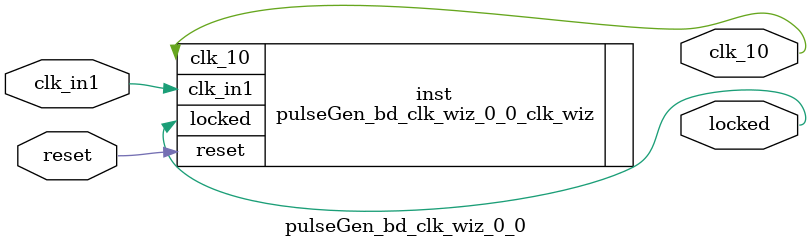
<source format=v>


`timescale 1ps/1ps

(* CORE_GENERATION_INFO = "pulseGen_bd_clk_wiz_0_0,clk_wiz_v6_0_2_0_0,{component_name=pulseGen_bd_clk_wiz_0_0,use_phase_alignment=true,use_min_o_jitter=false,use_max_i_jitter=false,use_dyn_phase_shift=false,use_inclk_switchover=false,use_dyn_reconfig=false,enable_axi=0,feedback_source=FDBK_AUTO,PRIMITIVE=MMCM,num_out_clk=1,clkin1_period=10.000,clkin2_period=10.000,use_power_down=false,use_reset=true,use_locked=true,use_inclk_stopped=false,feedback_type=SINGLE,CLOCK_MGR_TYPE=NA,manual_override=false}" *)

module pulseGen_bd_clk_wiz_0_0 
 (
  // Clock out ports
  output        clk_10,
  // Status and control signals
  input         reset,
  output        locked,
 // Clock in ports
  input         clk_in1
 );

  pulseGen_bd_clk_wiz_0_0_clk_wiz inst
  (
  // Clock out ports  
  .clk_10(clk_10),
  // Status and control signals               
  .reset(reset), 
  .locked(locked),
 // Clock in ports
  .clk_in1(clk_in1)
  );

endmodule

</source>
